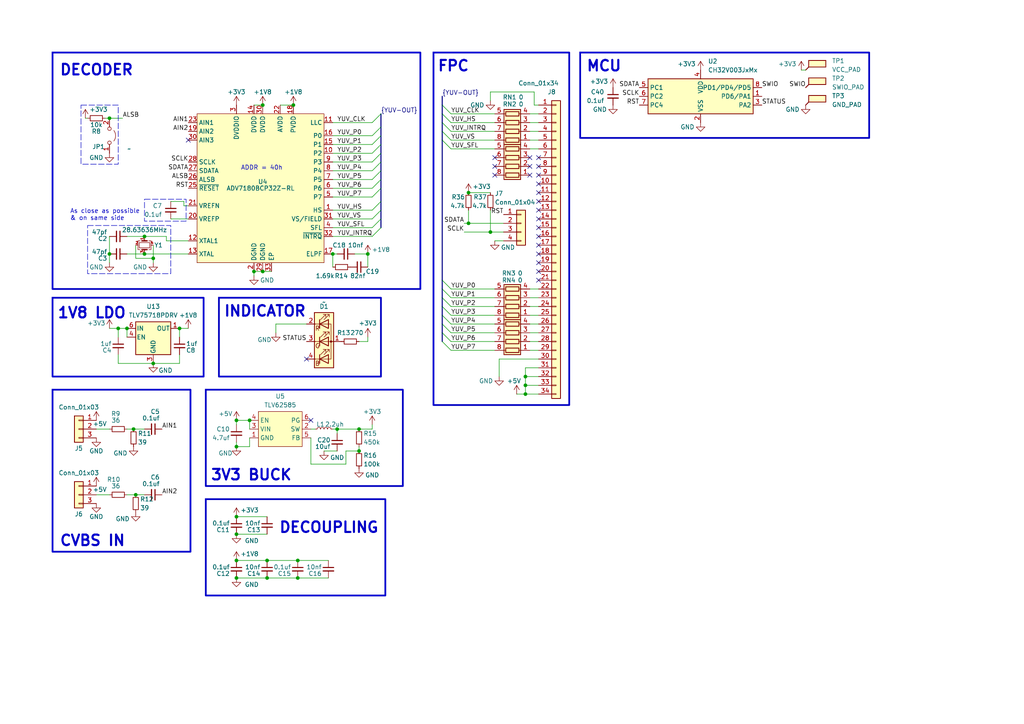
<source format=kicad_sch>
(kicad_sch (version 20250114) (generator "eeschema") (generator_version "9.0")
  (paper "A4")
  (lib_symbols
    (symbol "C459884:ADV7180BCP32Z-RL"
      (property "Reference" "U" (at -29.21 26.67 0))
      (property "Value" "ADV7180BCP32Z-RL" (at -20.32 24.13 0))
      (symbol "ADV7180BCP32Z-RL_0_1"
        (pin unspecified line (at -21.59 8.89 0) (length 2.54) (name "SCLK") (number "28"))
        (pin unspecified line (at -21.59 6.35 0) (length 2.54) (name "SDATA") (number "27"))
        (pin unspecified line (at -21.59 3.81 0) (length 2.54) (name "ALSB") (number "26"))
        (pin unspecified line (at -21.59 1.27 0) (length 2.54) (name "~{RESET}") (number "25"))
        (pin unspecified line (at -21.59 -3.81 0) (length 2.54) (name "VREFN") (number "21"))
        (pin unspecified line (at -21.59 -7.62 0) (length 2.54) (name "VREFP") (number "20"))
        (pin unspecified line (at -21.59 -13.97 0) (length 2.54) (name "XTAL1") (number "12"))
        (pin unspecified line (at -21.59 -17.78 0) (length 2.54) (name "XTAL") (number "13"))
        (pin unspecified line (at -7.62 25.4 270) (length 2.54) (name "DVDDIO") (number "3"))
        (pin unspecified line (at -2.54 25.4 270) (length 2.54) (name "DVDD") (number "14"))
        (pin unspecified line (at -2.54 -22.86 90) (length 2.54) (name "DGND") (number "2"))
        (pin unspecified line (at 0 25.4 270) (length 2.54) (name "DVDD") (number "30"))
        (pin unspecified line (at 0 -22.86 90) (length 2.54) (name "DGND") (number "29"))
        (pin unspecified line (at 2.54 -22.86 90) (length 2.54) (name "EP") (number "33"))
        (pin unspecified line (at 5.08 25.4 270) (length 2.54) (name "AVDD") (number "22"))
        (pin unspecified line (at 8.89 25.4 270) (length 2.54) (name "PVDD") (number "18"))
        (pin unspecified line (at 20.32 20.32 180) (length 2.54) (name "LLC") (number "11"))
        (pin unspecified line (at 20.32 16.51 180) (length 2.54) (name "P0") (number "16"))
        (pin unspecified line (at 20.32 13.97 180) (length 2.54) (name "P1") (number "15"))
        (pin unspecified line (at 20.32 11.43 180) (length 2.54) (name "P2") (number "10"))
        (pin unspecified line (at 20.32 8.89 180) (length 2.54) (name "P3") (number "9"))
        (pin unspecified line (at 20.32 6.35 180) (length 2.54) (name "P4") (number "8"))
        (pin unspecified line (at 20.32 3.81 180) (length 2.54) (name "P5") (number "7"))
        (pin unspecified line (at 20.32 1.27 180) (length 2.54) (name "P6") (number "6"))
        (pin unspecified line (at 20.32 -1.27 180) (length 2.54) (name "P7") (number "5"))
        (pin unspecified line (at 20.32 -5.08 180) (length 2.54) (name "HS") (number "1"))
        (pin unspecified line (at 20.32 -7.62 180) (length 2.54) (name "VS/FIELD") (number "31"))
        (pin unspecified line (at 20.32 -10.16 180) (length 2.54) (name "SFL") (number "4"))
        (pin unspecified line (at 20.32 -12.7 180) (length 2.54) (name "~{INTRQ}") (number "32"))
        (pin unspecified line (at 20.32 -17.78 180) (length 2.54) (name "ELPF") (number "17"))
      )
      (symbol "ADV7180BCP32Z-RL_1_1"
        (pin unspecified line (at -21.59 20.32 0) (length 2.54) (name "AIN1") (number "23"))
        (pin unspecified line (at -21.59 17.78 0) (length 2.54) (name "AIN2") (number "19"))
        (pin unspecified line (at -21.59 15.24 0) (length 2.54) (name "AIN3") (number "30"))
      )
    )
    (symbol "Connector:TestPoint_Flag" (pin_numbers (hide yes)) (pin_names (offset 0.762) (hide yes))
      (property "Reference" "TP" (at 3.429 1.778 0))
      (property "Value" "TestPoint_Flag" (at 3.302 4.191 0))
      (symbol "TestPoint_Flag_1_1"
        (pin passive line (at 0 0 90) (length 0) (name "1") (number "1"))
      )
    )
    (symbol "Connector_Generic:Conn_01x03" (pin_names (offset 1.016) (hide yes))
      (property "Reference" "J" (at 0 5.08 0))
      (property "Value" "Conn_01x03" (at 0 -5.08 0))
      (symbol "Conn_01x03_1_1"
        (pin passive line (at -5.08 2.54 0) (length 3.81) (name "Pin_1") (number "1"))
        (pin passive line (at -5.08 0 0) (length 3.81) (name "Pin_2") (number "2"))
        (pin passive line (at -5.08 -2.54 0) (length 3.81) (name "Pin_3") (number "3"))
      )
    )
    (symbol "Connector_Generic:Conn_01x04" (pin_names (offset 1.016) (hide yes))
      (property "Reference" "J" (at 0 5.08 0))
      (property "Value" "Conn_01x04" (at 0 -7.62 0))
      (symbol "Conn_01x04_1_1"
        (pin passive line (at -5.08 2.54 0) (length 3.81) (name "Pin_1") (number "1"))
        (pin passive line (at -5.08 0 0) (length 3.81) (name "Pin_2") (number "2"))
        (pin passive line (at -5.08 -2.54 0) (length 3.81) (name "Pin_3") (number "3"))
        (pin passive line (at -5.08 -5.08 0) (length 3.81) (name "Pin_4") (number "4"))
      )
    )
    (symbol "Connector_Generic:Conn_01x34" (pin_names (offset 1.016) (hide yes))
      (property "Reference" "J" (at 0 43.18 0))
      (property "Value" "Conn_01x34" (at 0 -45.72 0))
      (symbol "Conn_01x34_1_1"
        (pin passive line (at -5.08 40.64 0) (length 3.81) (name "Pin_1") (number "1"))
        (pin passive line (at -5.08 38.1 0) (length 3.81) (name "Pin_2") (number "2"))
        (pin passive line (at -5.08 35.56 0) (length 3.81) (name "Pin_3") (number "3"))
        (pin passive line (at -5.08 33.02 0) (length 3.81) (name "Pin_4") (number "4"))
        (pin passive line (at -5.08 30.48 0) (length 3.81) (name "Pin_5") (number "5"))
        (pin passive line (at -5.08 27.94 0) (length 3.81) (name "Pin_6") (number "6"))
        (pin passive line (at -5.08 25.4 0) (length 3.81) (name "Pin_7") (number "7"))
        (pin passive line (at -5.08 22.86 0) (length 3.81) (name "Pin_8") (number "8"))
        (pin passive line (at -5.08 20.32 0) (length 3.81) (name "Pin_9") (number "9"))
        (pin passive line (at -5.08 17.78 0) (length 3.81) (name "Pin_10") (number "10"))
        (pin passive line (at -5.08 15.24 0) (length 3.81) (name "Pin_11") (number "11"))
        (pin passive line (at -5.08 12.7 0) (length 3.81) (name "Pin_12") (number "12"))
        (pin passive line (at -5.08 10.16 0) (length 3.81) (name "Pin_13") (number "13"))
        (pin passive line (at -5.08 7.62 0) (length 3.81) (name "Pin_14") (number "14"))
        (pin passive line (at -5.08 5.08 0) (length 3.81) (name "Pin_15") (number "15"))
        (pin passive line (at -5.08 2.54 0) (length 3.81) (name "Pin_16") (number "16"))
        (pin passive line (at -5.08 0 0) (length 3.81) (name "Pin_17") (number "17"))
        (pin passive line (at -5.08 -2.54 0) (length 3.81) (name "Pin_18") (number "18"))
        (pin passive line (at -5.08 -5.08 0) (length 3.81) (name "Pin_19") (number "19"))
        (pin passive line (at -5.08 -7.62 0) (length 3.81) (name "Pin_20") (number "20"))
        (pin passive line (at -5.08 -10.16 0) (length 3.81) (name "Pin_21") (number "21"))
        (pin passive line (at -5.08 -12.7 0) (length 3.81) (name "Pin_22") (number "22"))
        (pin passive line (at -5.08 -15.24 0) (length 3.81) (name "Pin_23") (number "23"))
        (pin passive line (at -5.08 -17.78 0) (length 3.81) (name "Pin_24") (number "24"))
        (pin passive line (at -5.08 -20.32 0) (length 3.81) (name "Pin_25") (number "25"))
        (pin passive line (at -5.08 -22.86 0) (length 3.81) (name "Pin_26") (number "26"))
        (pin passive line (at -5.08 -25.4 0) (length 3.81) (name "Pin_27") (number "27"))
        (pin passive line (at -5.08 -27.94 0) (length 3.81) (name "Pin_28") (number "28"))
        (pin passive line (at -5.08 -30.48 0) (length 3.81) (name "Pin_29") (number "29"))
        (pin passive line (at -5.08 -33.02 0) (length 3.81) (name "Pin_30") (number "30"))
        (pin passive line (at -5.08 -35.56 0) (length 3.81) (name "Pin_31") (number "31"))
        (pin passive line (at -5.08 -38.1 0) (length 3.81) (name "Pin_32") (number "32"))
        (pin passive line (at -5.08 -40.64 0) (length 3.81) (name "Pin_33") (number "33"))
        (pin passive line (at -5.08 -43.18 0) (length 3.81) (name "Pin_34") (number "34"))
      )
    )
    (symbol "Device:C_Small" (pin_numbers (hide yes)) (pin_names (offset 0.254) (hide yes))
      (property "Reference" "C" (at 0.254 1.778 0))
      (property "Value" "C_Small" (at 0.254 -2.032 0))
      (symbol "C_Small_1_1"
        (pin passive line (at 0 2.54 270) (length 2.032) (name "~") (number "1"))
        (pin passive line (at 0 -2.54 90) (length 2.032) (name "~") (number "2"))
      )
    )
    (symbol "Device:Crystal_GND24_Small" (pin_names (offset 1.016) (hide yes))
      (property "Reference" "Y" (at 1.27 4.445 0))
      (property "Value" "Crystal_GND24_Small" (at 1.27 2.54 0))
      (symbol "Crystal_GND24_Small_1_1"
        (pin passive line (at -2.54 0 0) (length 1.27) (name "1") (number "1"))
        (pin passive line (at 0 2.54 270) (length 0.635) (name "4") (number "4"))
        (pin passive line (at 0 -2.54 90) (length 0.635) (name "2") (number "2"))
        (pin passive line (at 2.54 0 180) (length 1.27) (name "3") (number "3"))
      )
    )
    (symbol "Device:LED_ARGB" (pin_names (offset 0) (hide yes))
      (property "Reference" "D" (at 0 9.398 0))
      (property "Value" "LED_ARGB" (at 0 -8.89 0))
      (symbol "LED_ARGB_0_0"
        (text "R" (at -1.905 3.81 0) (effects (font (size 1.27 1.27))))
        (text "G" (at -1.905 -1.27 0) (effects (font (size 1.27 1.27))))
        (text "B" (at -1.905 -6.35 0) (effects (font (size 1.27 1.27))))
      )
      (symbol "LED_ARGB_1_1"
        (pin passive line (at -5.08 5.08 0) (length 2.54) (name "RK") (number "2"))
        (pin passive line (at -5.08 0 0) (length 2.54) (name "GK") (number "3"))
        (pin passive line (at -5.08 -5.08 0) (length 2.54) (name "BK") (number "4"))
        (pin passive line (at 5.08 0 180) (length 2.54) (name "A") (number "1"))
      )
    )
    (symbol "Device:L_Small" (pin_numbers (hide yes)) (pin_names (offset 0.254) (hide yes))
      (property "Reference" "L" (at 0.762 1.016 0))
      (property "Value" "L_Small" (at 0.762 -1.016 0))
      (symbol "L_Small_1_1"
        (pin passive line (at 0 2.54 270) (length 0.508) (name "~") (number "1"))
        (pin passive line (at 0 -2.54 90) (length 0.508) (name "~") (number "2"))
      )
    )
    (symbol "Device:R_Pack04" (pin_names (offset 0) (hide yes))
      (property "Reference" "RN" (at -7.62 0 90))
      (property "Value" "R_Pack04" (at 5.08 0 90))
      (symbol "R_Pack04_1_1"
        (pin passive line (at -5.08 5.08 270) (length 2.54) (name "R1.2") (number "8"))
        (pin passive line (at -5.08 -5.08 90) (length 2.54) (name "R1.1") (number "1"))
        (pin passive line (at -2.54 5.08 270) (length 2.54) (name "R2.2") (number "7"))
        (pin passive line (at -2.54 -5.08 90) (length 2.54) (name "R2.1") (number "2"))
        (pin passive line (at 0 5.08 270) (length 2.54) (name "R3.2") (number "6"))
        (pin passive line (at 0 -5.08 90) (length 2.54) (name "R3.1") (number "3"))
        (pin passive line (at 2.54 5.08 270) (length 2.54) (name "R4.2") (number "5"))
        (pin passive line (at 2.54 -5.08 90) (length 2.54) (name "R4.1") (number "4"))
      )
    )
    (symbol "Device:R_Small" (pin_numbers (hide yes)) (pin_names (offset 0.254) (hide yes))
      (property "Reference" "R" (at 0.762 0.508 0))
      (property "Value" "R_Small" (at 0.762 -1.016 0))
      (symbol "R_Small_1_1"
        (pin passive line (at 0 2.54 270) (length 0.762) (name "~") (number "1"))
        (pin passive line (at 0 -2.54 90) (length 0.762) (name "~") (number "2"))
      )
    )
    (symbol "Jumper:Jumper_2_Open" (pin_names (offset 0) (hide yes))
      (property "Reference" "JP" (at 0 2.794 0))
      (property "Value" "Jumper_2_Open" (at 0 -2.286 0))
      (symbol "Jumper_2_Open_1_1"
        (pin passive line (at -5.08 0 0) (length 2.54) (name "A") (number "1"))
        (pin passive line (at 5.08 0 180) (length 2.54) (name "B") (number "2"))
      )
    )
    (symbol "MCU_WCH_CH32V0:CH32V003JxMx"
      (property "Reference" "U" (at -15.24 7.62 0))
      (property "Value" "CH32V003JxMx" (at 15.24 7.62 0))
      (symbol "CH32V003JxMx_1_1"
        (pin bidirectional line (at -17.78 2.54 0) (length 2.54) (name "PC1") (number "5"))
        (pin bidirectional line (at -17.78 0 0) (length 2.54) (name "PC2") (number "6"))
        (pin bidirectional line (at -17.78 -2.54 0) (length 2.54) (name "PC4") (number "7"))
        (pin power_in line (at 0 7.62 270) (length 2.54) (name "VDD") (number "4"))
        (pin power_in line (at 0 -7.62 90) (length 2.54) (name "VSS") (number "2"))
        (pin bidirectional line (at 17.78 2.54 180) (length 2.54) (name "PD1/PD4/PD5") (number "8"))
        (pin bidirectional line (at 17.78 0 180) (length 2.54) (name "PD6/PA1") (number "1"))
        (pin bidirectional line (at 17.78 -2.54 180) (length 2.54) (name "PA2") (number "3"))
      )
    )
    (symbol "Regulator_Linear:TLV75718PDRV" (pin_names (offset 0.254))
      (property "Reference" "U" (at -3.81 5.715 0))
      (property "Value" "TLV75718PDRV" (at 0 5.715 0))
      (symbol "TLV75718PDRV_1_1"
        (pin power_in line (at -7.62 2.54 0) (length 2.54) (name "IN") (number "6"))
        (pin input line (at -7.62 0 0) (length 2.54) (name "EN") (number "4"))
        (pin power_in line (at 0 -7.62 90) (length 2.54) (name "GND") (number "3"))
        (pin passive line (at 0 -7.62 90) (length 2.54) (hide yes) (name "GND") (number "7"))
        (pin no_connect line (at 5.08 0 180) (length 2.54) (hide yes) (name "NC") (number "2"))
        (pin no_connect line (at 5.08 -2.54 180) (length 2.54) (hide yes) (name "NC") (number "5"))
        (pin power_out line (at 7.62 2.54 180) (length 2.54) (name "OUT") (number "1"))
      )
    )
    (symbol "mylib:TLV62585"
      (property "Reference" "U" (at 0 8.89 0))
      (property "Value" "TLV62585" (at 0 6.35 0))
      (symbol "TLV62585_1_1"
        (pin input line (at -8.89 2.54 0) (length 2.54) (name "EN") (number "4"))
        (pin power_in line (at -8.89 0 0) (length 2.54) (name "VIN") (number "3"))
        (pin power_out line (at -8.89 -2.54 0) (length 2.54) (name "GND") (number "1"))
        (pin output line (at 8.89 2.54 180) (length 2.54) (name "PG") (number "6"))
        (pin power_out line (at 8.89 0 180) (length 2.54) (name "SW") (number "2"))
        (pin input line (at 8.89 -2.54 180) (length 2.54) (name "FB") (number "5"))
      )
    )
    (symbol "power:+1V8" (power) (pin_names (offset 0))
      (property "Value" "+1V8" (at 0 3.556 0))
      (symbol "+1V8_1_1"
        (pin power_in line (at 0 0 90) (length 0) (hide yes) (name "+1V8") (number "1"))
      )
    )
    (symbol "power:+3V3" (power) (pin_names (offset 0))
      (property "Value" "+3V3" (at 0 3.556 0))
      (symbol "+3V3_1_1"
        (pin power_in line (at 0 0 90) (length 0) (hide yes) (name "+3V3") (number "1"))
      )
    )
    (symbol "power:+5V" (power) (pin_numbers (hide yes)) (pin_names (offset 0) (hide yes))
      (property "Value" "+5V" (at 0 3.556 0))
      (symbol "+5V_1_1"
        (pin power_in line (at 0 0 90) (length 0) (name "~") (number "1"))
      )
    )
    (symbol "power:GND" (power) (pin_names (offset 0))
      (property "Value" "GND" (at 0 -3.81 0))
      (symbol "GND_1_1"
        (pin power_in line (at 0 0 270) (length 0) (hide yes) (name "GND") (number "1"))
      )
    )
  )
  (bus_alias "YUV-OUT" (members "YUV_P[0..7]" "YUV_SFL" "YUV_VS" "YUV_HS" "YUV_CLK" "YUV_INTRQ"))
  (rectangle (start 168.275 15.24) (end 252.095 40.005) (stroke (width 0.508)))
  (rectangle (start 125.73 15.24) (end 165.1 117.475) (stroke (width 0.508)))
  (rectangle (start 15.24 113.03) (end 55.245 160.02) (stroke (width 0.508)))
  (rectangle (start 63.5 86.36) (end 110.49 109.22) (stroke (width 0.508)))
  (rectangle (start 15.24 86.36) (end 59.055 109.22) (stroke (width 0.508)))
  (rectangle (start 23.495 30.48) (end 34.29 47.625) (stroke (width 0) (type dash)))
  (rectangle (start 41.91 57.785) (end 53.975 64.135) (stroke (width 0) (type dash)))
  (rectangle (start 25.4 65.405) (end 49.53 79.375) (stroke (width 0) (type dash)))
  (rectangle (start 15.24 15.24) (end 121.92 83.82) (stroke (width 0.508)))
  (rectangle (start 59.69 113.03) (end 116.84 140.97) (stroke (width 0.508)))
  (rectangle (start 59.69 144.78) (end 111.76 172.72) (stroke (width 0.508)))
  (text "3V3 BUCK" (at 60.96 139.7 0) (effects (font (size 3.048 3.048) (thickness 0.6096) (bold yes)) (justify left bottom)))
  (text "As close as possible \n& on same side" (at 20.32 64.135 0) (effects (font (size 1.27 1.27)) (justify left bottom)))
  (text "1V8 LDO" (at 16.51 92.71 0) (effects (font (size 3.048 3.048) (thickness 0.6096) (bold yes)) (justify left bottom)))
  (text "FPC" (at 126.746 21.082 0) (effects (font (size 3.048 3.048) (thickness 0.6096) (bold yes)) (justify left bottom)))
  (text "MCU" (at 169.926 21.082 0) (effects (font (size 3.048 3.048) (thickness 0.6096) (bold yes)) (justify left bottom)))
  (text "ADDR = 40h" (at 69.85 49.53 0) (effects (font (size 1.27 1.27)) (justify left bottom)))
  (text "DECOUPLING" (at 80.772 154.94 0) (effects (font (size 3.048 3.048) (thickness 0.6096) (bold yes)) (justify left bottom)))
  (text "INDICATOR" (at 64.77 92.202 0) (effects (font (size 3.048 3.048) (thickness 0.6096) (bold yes)) (justify left bottom)))
  (text "DECODER" (at 17.145 22.225 0) (effects (font (size 3.048 3.048) (thickness 0.6096) (bold yes)) (justify left bottom)))
  (text "CVBS IN" (at 17.145 158.75 0) (effects (font (size 3.048 3.048) (thickness 0.6096) (bold yes)) (justify left bottom)))
  (junction (at 97.79 124.46))
  (junction (at 104.14 130.81))
  (junction (at 68.58 129.54))
  (junction (at 38.735 124.46))
  (junction (at 104.14 124.46))
  (junction (at 68.58 149.86))
  (junction (at 86.36 162.56))
  (junction (at 52.07 95.25))
  (junction (at 68.58 121.92))
  (junction (at 152.4 114.3))
  (junction (at 77.47 162.56))
  (junction (at 31.75 73.66))
  (junction (at 142.24 67.31))
  (junction (at 152.4 111.76))
  (junction (at 68.58 162.56))
  (junction (at 31.75 34.29))
  (junction (at 72.39 121.92))
  (junction (at 39.37 143.51))
  (junction (at 106.68 73.66))
  (junction (at 96.52 73.66))
  (junction (at 77.47 167.64))
  (junction (at 76.2 30.48))
  (junction (at 68.58 167.64))
  (junction (at 41.91 73.66))
  (junction (at 135.89 64.77))
  (junction (at 76.2 78.74))
  (junction (at 152.4 109.22))
  (junction (at 73.66 78.74))
  (junction (at 41.91 68.58))
  (junction (at 85.09 30.48))
  (junction (at 86.36 167.64))
  (junction (at 44.45 74.93))
  (junction (at 44.45 105.41))
  (junction (at 36.83 95.25))
  (junction (at 34.29 95.25))
  (junction (at 68.58 154.94))
  (junction (at 135.89 55.88))
  (no_connect (at 143.51 50.8))
  (no_connect (at 156.21 81.28))
  (no_connect (at 156.21 66.04))
  (no_connect (at 156.21 58.42))
  (no_connect (at 156.21 50.8))
  (no_connect (at 143.51 48.26))
  (no_connect (at 153.67 48.26))
  (no_connect (at 156.21 78.74))
  (no_connect (at 156.21 60.96))
  (no_connect (at 153.67 50.8))
  (no_connect (at 143.51 45.72))
  (no_connect (at 156.21 53.34))
  (no_connect (at 156.21 55.88))
  (no_connect (at 88.9 104.14))
  (no_connect (at 156.21 45.72))
  (no_connect (at 153.67 45.72))
  (no_connect (at 156.21 48.26))
  (no_connect (at 54.61 40.64))
  (no_connect (at 90.17 121.92))
  (no_connect (at 156.21 71.12))
  (no_connect (at 156.21 63.5))
  (no_connect (at 156.21 76.2))
  (no_connect (at 156.21 73.66))
  (no_connect (at 156.21 68.58))
  (bus_entry (at 110.49 44.45) (size -2.54 2.54))
  (bus_entry (at 128.27 40.64) (size 2.54 2.54))
  (bus_entry (at 110.49 39.37) (size -2.54 2.54))
  (bus_entry (at 128.27 99.06) (size 2.54 2.54))
  (bus_entry (at 110.49 63.5) (size -2.54 2.54))
  (bus_entry (at 128.27 35.56) (size 2.54 2.54))
  (bus_entry (at 110.49 66.04) (size -2.54 2.54))
  (bus_entry (at 128.27 88.9) (size 2.54 2.54))
  (bus_entry (at 128.27 91.44) (size 2.54 2.54))
  (bus_entry (at 128.27 81.28) (size 2.54 2.54))
  (bus_entry (at 128.27 86.36) (size 2.54 2.54))
  (bus_entry (at 128.27 93.98) (size 2.54 2.54))
  (bus_entry (at 128.27 96.52) (size 2.54 2.54))
  (bus_entry (at 128.27 83.82) (size 2.54 2.54))
  (bus_entry (at 110.49 46.99) (size -2.54 2.54))
  (bus_entry (at 110.49 49.53) (size -2.54 2.54))
  (bus_entry (at 110.49 36.83) (size -2.54 2.54))
  (bus_entry (at 128.27 30.48) (size 2.54 2.54))
  (bus_entry (at 110.49 54.61) (size -2.54 2.54))
  (bus_entry (at 110.49 52.07) (size -2.54 2.54))
  (bus_entry (at 110.49 58.42) (size -2.54 2.54))
  (bus_entry (at 110.49 33.02) (size -2.54 2.54))
  (bus_entry (at 110.49 41.91) (size -2.54 2.54))
  (bus_entry (at 110.49 60.96) (size -2.54 2.54))
  (bus_entry (at 128.27 38.1) (size 2.54 2.54))
  (bus_entry (at 128.27 33.02) (size 2.54 2.54))
  (wire (pts (xy 135.89 64.77) (xy 135.89 60.96)))
  (wire (pts (xy 31.75 95.25) (xy 34.29 95.25)))
  (wire (pts (xy 106.68 73.66) (xy 106.68 77.47)))
  (wire (pts (xy 96.52 54.61) (xy 107.95 54.61)))
  (wire (pts (xy 96.52 57.15) (xy 107.95 57.15)))
  (wire (pts (xy 130.81 99.06) (xy 143.51 99.06)))
  (wire (pts (xy 153.67 96.52) (xy 156.21 96.52)))
  (wire (pts (xy 96.52 41.91) (xy 107.95 41.91)))
  (wire (pts (xy 153.67 101.6) (xy 156.21 101.6)))
  (bus (pts (xy 128.27 40.64) (xy 128.27 81.28)))
  (wire (pts (xy 48.26 68.58) (xy 48.26 69.85)))
  (wire (pts (xy 36.83 68.58) (xy 41.91 68.58)))
  (wire (pts (xy 77.47 162.56) (xy 86.36 162.56)))
  (bus (pts (xy 128.27 91.44) (xy 128.27 93.98)))
  (wire (pts (xy 130.81 88.9) (xy 143.51 88.9)))
  (wire (pts (xy 97.79 124.46) (xy 104.14 124.46)))
  (wire (pts (xy 48.26 69.85) (xy 54.61 69.85)))
  (wire (pts (xy 52.07 95.25) (xy 52.07 97.79)))
  (wire (pts (xy 72.39 127) (xy 72.39 129.54)))
  (wire (pts (xy 142.24 67.31) (xy 146.05 67.31)))
  (bus (pts (xy 128.27 38.1) (xy 128.27 40.64)))
  (wire (pts (xy 96.52 60.96) (xy 107.95 60.96)))
  (wire (pts (xy 130.81 96.52) (xy 143.51 96.52)))
  (wire (pts (xy 80.01 93.98) (xy 88.9 93.98)))
  (wire (pts (xy 135.89 55.88) (xy 142.24 55.88)))
  (wire (pts (xy 96.52 46.99) (xy 107.95 46.99)))
  (wire (pts (xy 78.74 78.74) (xy 76.2 78.74)))
  (wire (pts (xy 134.62 64.77) (xy 135.89 64.77)))
  (wire (pts (xy 36.83 95.25) (xy 36.83 97.79)))
  (wire (pts (xy 34.29 95.25) (xy 36.83 95.25)))
  (bus (pts (xy 128.27 81.28) (xy 128.27 83.82)))
  (wire (pts (xy 90.17 127) (xy 90.17 134.62)))
  (wire (pts (xy 104.14 99.06) (xy 106.68 99.06)))
  (wire (pts (xy 77.47 167.64) (xy 86.36 167.64)))
  (wire (pts (xy 154.94 26.67) (xy 142.24 26.67)))
  (wire (pts (xy 44.45 71.12) (xy 44.45 74.93)))
  (wire (pts (xy 96.52 63.5) (xy 107.95 63.5)))
  (wire (pts (xy 152.4 106.68) (xy 156.21 106.68)))
  (wire (pts (xy 96.52 124.46) (xy 97.79 124.46)))
  (wire (pts (xy 156.21 30.48) (xy 154.94 30.48)))
  (wire (pts (xy 68.58 149.86) (xy 77.47 149.86)))
  (wire (pts (xy 36.83 143.51) (xy 39.37 143.51)))
  (wire (pts (xy 96.52 68.58) (xy 107.95 68.58)))
  (wire (pts (xy 49.53 63.5) (xy 54.61 63.5)))
  (wire (pts (xy 36.83 124.46) (xy 38.735 124.46)))
  (wire (pts (xy 90.17 134.62) (xy 100.33 134.62)))
  (wire (pts (xy 102.87 73.66) (xy 106.68 73.66)))
  (wire (pts (xy 152.4 111.76) (xy 152.4 109.22)))
  (wire (pts (xy 152.4 114.3) (xy 152.4 111.76)))
  (wire (pts (xy 130.81 33.02) (xy 143.51 33.02)))
  (wire (pts (xy 52.07 105.41) (xy 44.45 105.41)))
  (wire (pts (xy 142.24 26.67) (xy 142.24 29.21)))
  (bus (pts (xy 110.49 44.45) (xy 110.49 46.99)))
  (wire (pts (xy 104.14 124.46) (xy 107.95 124.46)))
  (bus (pts (xy 110.49 63.5) (xy 110.49 66.04)))
  (wire (pts (xy 27.94 143.51) (xy 31.75 143.51)))
  (wire (pts (xy 96.52 44.45) (xy 107.95 44.45)))
  (wire (pts (xy 34.29 105.41) (xy 44.45 105.41)))
  (wire (pts (xy 152.4 109.22) (xy 152.4 106.68)))
  (wire (pts (xy 143.51 69.85) (xy 146.05 69.85)))
  (wire (pts (xy 80.01 93.98) (xy 80.01 96.52)))
  (wire (pts (xy 27.94 124.46) (xy 31.75 124.46)))
  (wire (pts (xy 81.28 30.48) (xy 85.09 30.48)))
  (wire (pts (xy 130.81 91.44) (xy 143.51 91.44)))
  (bus (pts (xy 128.27 96.52) (xy 128.27 99.06)))
  (wire (pts (xy 31.75 34.29) (xy 35.56 34.29)))
  (wire (pts (xy 156.21 104.14) (xy 144.78 104.14)))
  (wire (pts (xy 96.52 77.47) (xy 96.52 73.66)))
  (wire (pts (xy 68.58 121.92) (xy 72.39 121.92)))
  (wire (pts (xy 76.2 78.74) (xy 73.66 78.74)))
  (wire (pts (xy 68.58 129.54) (xy 72.39 129.54)))
  (wire (pts (xy 44.45 74.93) (xy 44.45 76.2)))
  (wire (pts (xy 86.36 167.64) (xy 95.25 167.64)))
  (wire (pts (xy 30.48 34.29) (xy 31.75 34.29)))
  (wire (pts (xy 86.36 162.56) (xy 95.25 162.56)))
  (wire (pts (xy 39.37 143.51) (xy 41.91 143.51)))
  (wire (pts (xy 130.81 40.64) (xy 143.51 40.64)))
  (bus (pts (xy 110.49 60.96) (xy 110.49 63.5)))
  (wire (pts (xy 130.81 93.98) (xy 143.51 93.98)))
  (bus (pts (xy 128.27 83.82) (xy 128.27 86.36)))
  (wire (pts (xy 52.07 95.25) (xy 54.61 95.25)))
  (wire (pts (xy 68.58 167.64) (xy 77.47 167.64)))
  (wire (pts (xy 134.62 67.31) (xy 142.24 67.31)))
  (wire (pts (xy 34.29 97.79) (xy 34.29 95.25)))
  (wire (pts (xy 96.52 49.53) (xy 107.95 49.53)))
  (wire (pts (xy 73.66 78.74) (xy 73.66 80.01)))
  (wire (pts (xy 152.4 109.22) (xy 156.21 109.22)))
  (bus (pts (xy 110.49 41.91) (xy 110.49 44.45)))
  (wire (pts (xy 232.41 20.32) (xy 233.68 20.32)))
  (bus (pts (xy 110.49 39.37) (xy 110.49 41.91)))
  (bus (pts (xy 110.49 46.99) (xy 110.49 49.53)))
  (wire (pts (xy 96.52 73.66) (xy 97.79 73.66)))
  (wire (pts (xy 39.37 71.12) (xy 39.37 74.93)))
  (bus (pts (xy 128.27 33.02) (xy 128.27 35.56)))
  (bus (pts (xy 110.49 58.42) (xy 110.49 60.96)))
  (wire (pts (xy 54.61 59.69) (xy 53.34 59.69)))
  (bus (pts (xy 128.27 86.36) (xy 128.27 88.9)))
  (wire (pts (xy 96.52 66.04) (xy 107.95 66.04)))
  (wire (pts (xy 41.91 68.58) (xy 48.26 68.58)))
  (wire (pts (xy 153.67 83.82) (xy 156.21 83.82)))
  (wire (pts (xy 38.735 124.46) (xy 41.91 124.46)))
  (wire (pts (xy 31.75 76.2) (xy 31.75 73.66)))
  (bus (pts (xy 128.27 30.48) (xy 128.27 33.02)))
  (bus (pts (xy 110.49 33.02) (xy 110.49 36.83)))
  (wire (pts (xy 96.52 35.56) (xy 107.95 35.56)))
  (wire (pts (xy 153.67 40.64) (xy 156.21 40.64)))
  (wire (pts (xy 52.07 102.87) (xy 52.07 105.41)))
  (wire (pts (xy 149.86 114.3) (xy 152.4 114.3)))
  (wire (pts (xy 106.68 99.06) (xy 106.68 97.79)))
  (wire (pts (xy 36.83 73.66) (xy 41.91 73.66)))
  (wire (pts (xy 68.58 129.54) (xy 68.58 128.27)))
  (wire (pts (xy 68.58 121.92) (xy 68.58 123.19)))
  (wire (pts (xy 100.33 130.81) (xy 104.14 130.81)))
  (wire (pts (xy 152.4 111.76) (xy 156.21 111.76)))
  (bus (pts (xy 110.49 49.53) (xy 110.49 52.07)))
  (wire (pts (xy 130.81 101.6) (xy 143.51 101.6)))
  (wire (pts (xy 144.78 104.14) (xy 144.78 109.22)))
  (bus (pts (xy 128.27 35.56) (xy 128.27 38.1)))
  (bus (pts (xy 110.49 54.61) (xy 110.49 58.42)))
  (bus (pts (xy 128.27 93.98) (xy 128.27 96.52)))
  (bus (pts (xy 128.27 27.94) (xy 128.27 30.48)))
  (wire (pts (xy 153.67 86.36) (xy 156.21 86.36)))
  (wire (pts (xy 72.39 121.92) (xy 72.39 124.46)))
  (wire (pts (xy 96.52 39.37) (xy 107.95 39.37)))
  (wire (pts (xy 53.34 59.69) (xy 53.34 58.42)))
  (wire (pts (xy 130.81 86.36) (xy 143.51 86.36)))
  (wire (pts (xy 153.67 88.9) (xy 156.21 88.9)))
  (wire (pts (xy 31.75 68.58) (xy 31.75 73.66)))
  (wire (pts (xy 153.67 38.1) (xy 156.21 38.1)))
  (wire (pts (xy 153.67 91.44) (xy 156.21 91.44)))
  (wire (pts (xy 107.95 124.46) (xy 107.95 123.19)))
  (wire (pts (xy 153.67 35.56) (xy 156.21 35.56)))
  (bus (pts (xy 110.49 36.83) (xy 110.49 39.37)))
  (wire (pts (xy 153.67 33.02) (xy 156.21 33.02)))
  (wire (pts (xy 97.79 124.46) (xy 97.79 125.73)))
  (bus (pts (xy 128.27 88.9) (xy 128.27 91.44)))
  (wire (pts (xy 68.58 154.94) (xy 77.47 154.94)))
  (bus (pts (xy 110.49 52.07) (xy 110.49 54.61)))
  (wire (pts (xy 100.33 134.62) (xy 100.33 130.81)))
  (wire (pts (xy 130.81 35.56) (xy 143.51 35.56)))
  (wire (pts (xy 96.52 52.07) (xy 107.95 52.07)))
  (wire (pts (xy 130.81 38.1) (xy 143.51 38.1)))
  (wire (pts (xy 93.98 130.81) (xy 97.79 130.81)))
  (wire (pts (xy 130.81 43.18) (xy 143.51 43.18)))
  (wire (pts (xy 41.91 73.66) (xy 54.61 73.66)))
  (wire (pts (xy 130.81 83.82) (xy 143.51 83.82)))
  (wire (pts (xy 135.89 64.77) (xy 146.05 64.77)))
  (wire (pts (xy 153.67 43.18) (xy 156.21 43.18)))
  (wire (pts (xy 91.44 124.46) (xy 90.17 124.46)))
  (wire (pts (xy 142.24 60.96) (xy 142.24 67.31)))
  (wire (pts (xy 156.21 114.3) (xy 152.4 114.3)))
  (wire (pts (xy 53.34 58.42) (xy 49.53 58.42)))
  (wire (pts (xy 153.67 93.98) (xy 156.21 93.98)))
  (wire (pts (xy 73.66 30.48) (xy 76.2 30.48)))
  (wire (pts (xy 44.45 74.93) (xy 39.37 74.93)))
  (wire (pts (xy 153.67 99.06) (xy 156.21 99.06)))
  (wire (pts (xy 104.14 129.54) (xy 104.14 130.81)))
  (wire (pts (xy 34.29 102.87) (xy 34.29 105.41)))
  (wire (pts (xy 25.4 34.29) (xy 24.765 34.29)))
  (wire (pts (xy 68.58 162.56) (xy 77.47 162.56)))
  (wire (pts (xy 154.94 30.48) (xy 154.94 26.67)))
  (label "RST" (at 185.42 30.48 180))
  (label "SWIO" (at 220.98 25.4 0))
  (label "YUV_P7" (at 97.79 57.15 0))
  (label "YUV_P5" (at 97.79 52.07 0))
  (label "SCLK" (at 185.42 27.94 180))
  (label "YUV_VS" (at 130.81 40.64 0))
  (label "AIN2" (at 54.61 38.1 180))
  (label "YUV_P0" (at 97.79 39.37 0))
  (label "YUV_P1" (at 97.79 41.91 0))
  (label "YUV_P7" (at 130.81 101.6 0))
  (label "YUV_INTRQ" (at 97.79 68.58 0))
  (label "YUV_INTRQ" (at 130.81 38.1 0))
  (label "RST" (at 54.61 54.61 180))
  (label "{YUV-OUT}" (at 110.49 33.02 0))
  (label "SCLK" (at 134.62 67.31 180))
  (label "STATUS" (at 220.98 30.48 0))
  (label "YUV_P2" (at 97.79 44.45 0))
  (label "AIN1" (at 54.61 35.56 180))
  (label "YUV_P6" (at 97.79 54.61 0))
  (label "YUV_P4" (at 130.81 93.98 0))
  (label "SCLK" (at 54.61 46.99 180))
  (label "SWIO" (at 233.68 25.4 180))
  (label "{YUV-OUT}" (at 128.27 27.94 0))
  (label "AIN2" (at 46.99 143.51 0))
  (label "YUV_P2" (at 130.81 88.9 0))
  (label "ALSB" (at 35.56 34.29 0))
  (label "YUV_P0" (at 130.81 83.82 0))
  (label "YUV_HS" (at 97.79 60.96 0))
  (label "STATUS" (at 88.9 99.06 180))
  (label "YUV_CLK" (at 130.81 33.02 0))
  (label "YUV_VS" (at 97.79 63.5 0))
  (label "YUV_CLK" (at 97.79 35.56 0))
  (label "YUV_P1" (at 130.81 86.36 0))
  (label "YUV_P3" (at 97.79 46.99 0))
  (label "YUV_P4" (at 97.79 49.53 0))
  (label "YUV_P6" (at 130.81 99.06 0))
  (label "YUV_P5" (at 130.81 96.52 0))
  (label "YUV_P3" (at 130.81 91.44 0))
  (label "SDATA" (at 185.42 25.4 180))
  (label "SDATA" (at 134.62 64.77 180))
  (label "YUV_SFL" (at 130.81 43.18 0))
  (label "AIN1" (at 46.99 124.46 0))
  (label "ALSB" (at 54.61 52.07 180))
  (label "YUV_HS" (at 130.81 35.56 0))
  (label "YUV_SFL" (at 97.79 66.04 0))
  (label "SDATA" (at 54.61 49.53 180))
  (label "RST" (at 146.05 62.23 180))
  (symbol (lib_id "Device:R_Small") (at 104.14 127 180) (unit 1)
    (property "Reference" "R15" (at 105.41 125.73 0) (effects (justify right)))
    (property "Value" "450k" (at 105.41 128.27 0) (effects (justify right)))
    (property "Footprint" "Resistor_SMD:R_0603_1608Metric" (effects (hide yes)))
    (property "Description" "Resistor, small symbol" (effects (hide yes)))
  )
  (symbol (lib_id "power:+3V3") (at 31.75 95.25 0) (unit 1)
    (property "Reference" "#PWR16" (effects (hide yes)))
    (property "Value" "+3V3" (at 27.94 93.726 0))
  )
  (symbol (lib_id "power:+3V3") (at 203.2 20.32 0) (unit 1)
    (property "Reference" "#PWR0105" (effects (hide yes)))
    (property "Value" "+3V3" (at 199.136 18.542 0))
  )
  (symbol (lib_id "Connector:TestPoint_Flag") (at 233.68 30.48 0) (unit 1)
    (property "Reference" "TP3" (at 241.3 27.8129 0) (effects (justify left)))
    (property "Value" "GND_PAD" (at 241.3 30.3529 0) (effects (justify left)))
    (property "Footprint" "TestPoint:TestPoint_Pad_D1.5mm" (effects (hide yes)))
    (property "Description" "test point (alternative flag-style design)" (effects (hide yes)))
  )
  (symbol (lib_id "power:GND") (at 44.45 76.2 0) (unit 1)
    (property "Reference" "#PWR25" (effects (hide yes)))
    (property "Value" "GND" (at 40.64 77.47 0))
  )
  (symbol (lib_id "Device:R_Pack04") (at 148.59 96.52 90) (unit 1)
    (property "Reference" "RN4" (at 147.574 81.28 90))
    (property "Value" "0" (at 150.876 81.28 90))
    (property "Footprint" "Resistor_SMD:R_Array_Convex_4x0603" (effects (hide yes)))
    (property "Description" "4 resistor network, parallel topology" (effects (hide yes)))
  )
  (symbol (lib_id "power:GND") (at 27.94 146.05 0) (mirror y) (unit 1)
    (property "Reference" "#PWR20" (effects (hide yes)))
    (property "Value" "GND" (at 27.94 149.86 0))
  )
  (symbol (lib_id "power:+3V3") (at 24.765 34.29 0) (unit 1)
    (property "Reference" "#PWR15" (effects (hide yes)))
    (property "Value" "+3V3" (at 28.575 31.75 0))
    (property "Description" "Power symbol creates a global label with name \"+3V3\"" (effects (hide yes)))
  )
  (symbol (lib_id "power:+3V3") (at 107.95 123.19 0) (unit 1)
    (property "Reference" "#PWR43" (effects (hide yes)))
    (property "Value" "+3V3" (at 107.95 119.38 0))
    (property "Description" "Power symbol creates a global label with name \"+3V3\"" (effects (hide yes)))
  )
  (symbol (lib_id "Jumper:Jumper_2_Open") (at 31.75 39.37 270) (mirror x) (unit 1)
    (property "Reference" "JP1" (at 28.575 42.545 90))
    (property "Value" "~" (at 37.465 43.18 90))
    (property "Footprint" "Jumper:SolderJumper-2_P1.3mm_Open_RoundedPad1.0x1.5mm" (effects (hide yes)))
    (property "Description" "Jumper, 2-pole, open" (effects (hide yes)))
  )
  (symbol (lib_id "power:+3V3") (at 232.41 20.32 0) (unit 1)
    (property "Reference" "#PWR0109" (effects (hide yes)))
    (property "Value" "+3V3" (at 228.346 18.542 0))
  )
  (symbol (lib_id "power:GND") (at 142.24 29.21 0) (mirror y) (unit 1)
    (property "Reference" "#PWR45" (effects (hide yes)))
    (property "Value" "GND" (at 138.43 30.48 0))
    (property "Description" "Power symbol creates a global label with name \"GND\" , ground" (effects (hide yes)))
  )
  (symbol (lib_id "power:+1V8") (at 106.68 73.66 0) (unit 1)
    (property "Reference" "#PWR41" (effects (hide yes)))
    (property "Value" "+1V8" (at 110.49 72.39 0))
  )
  (symbol (lib_id "power:+3V3") (at 106.68 97.79 0) (unit 1)
    (property "Reference" "#PWR40" (effects (hide yes)))
    (property "Value" "+3V3" (at 106.68 93.726 0))
  )
  (symbol (lib_id "power:+1V8") (at 54.61 95.25 0) (unit 1)
    (property "Reference" "#PWR27" (effects (hide yes)))
    (property "Value" "+1V8" (at 54.61 91.44 0))
  )
  (symbol (lib_id "Device:R_Small") (at 142.24 58.42 0) (unit 1)
    (property "Reference" "R37" (at 141.224 57.15 0) (effects (justify right)))
    (property "Value" "4.7k" (at 141.224 59.69 0) (effects (justify right)))
    (property "Footprint" "Resistor_SMD:R_0603_1608Metric" (effects (hide yes)))
    (property "Description" "Resistor, small symbol" (effects (hide yes)))
  )
  (symbol (lib_id "Device:R_Pack04") (at 148.59 35.56 90) (unit 1)
    (property "Reference" "RN1" (at 147.828 28.194 90))
    (property "Value" "0" (at 151.13 28.194 90))
    (property "Footprint" "Resistor_SMD:R_Array_Convex_4x0603" (effects (hide yes)))
    (property "Description" "4 resistor network, parallel topology" (effects (hide yes)))
  )
  (symbol (lib_id "Regulator_Linear:TLV75718PDRV") (at 44.45 97.79 0) (unit 1)
    (property "Reference" "U13" (at 44.45 88.9 0))
    (property "Value" "TLV75718PDRV" (at 44.45 91.44 0))
    (property "Footprint" "Package_SON:WSON-6-1EP_2x2mm_P0.65mm_EP1x1.6mm" (effects (hide yes)))
    (property "Datasheet" "https://www.ti.com/lit/ds/symlink/tlv757p.pdf" (effects (hide yes)))
    (property "Description" "1A Low IQ Small Size Low Dropout Voltage Regulator, Fixed Output 1.8V, WSON6" (effects (hide yes)))
  )
  (symbol (lib_id "Device:C_Small") (at 68.58 125.73 0) (mirror y) (unit 1)
    (property "Reference" "C10" (at 66.675 124.46 0) (effects (justify left)))
    (property "Value" "4.7uf" (at 66.675 127 0) (effects (justify left)))
    (property "Footprint" "Capacitor_SMD:C_0805_2012Metric" (effects (hide yes)))
    (property "Description" "Unpolarized capacitor, small symbol" (effects (hide yes)))
  )
  (symbol (lib_id "Device:Crystal_GND24_Small") (at 41.91 71.12 270) (unit 1)
    (property "Reference" "Y1" (at 45.974 71.12 90))
    (property "Value" "28.63636MHz" (at 41.91 66.675 90))
    (property "Footprint" "Crystal:Crystal_SMD_Abracon_ABM8AIG-4Pin_3.2x2.5mm" (effects (hide yes)))
  )
  (symbol (lib_id "power:+5V") (at 149.86 114.3 0) (unit 1)
    (property "Reference" "#PWR47" (effects (hide yes)))
    (property "Value" "+5V" (at 149.098 110.49 0))
    (property "Description" "Power symbol creates a global label with name \"+5V\"" (effects (hide yes)))
  )
  (symbol (lib_id "Device:C_Small") (at 44.45 143.51 270) (unit 1)
    (property "Reference" "C6" (at 46.355 138.43 90) (effects (justify right)))
    (property "Value" "0.1uf" (at 46.355 140.335 90) (effects (justify right)))
    (property "Footprint" "Capacitor_SMD:C_0603_1608Metric" (effects (hide yes)))
  )
  (symbol (lib_id "power:+5V") (at 27.94 121.92 0) (unit 1)
    (property "Reference" "#PWR17" (effects (hide yes)))
    (property "Value" "+5V" (at 28.956 122.936 0))
    (property "Description" "Power symbol creates a global label with name \"+5V\"" (effects (hide yes)))
  )
  (symbol (lib_id "Device:R_Small") (at 101.6 99.06 90) (unit 1)
    (property "Reference" "R13" (at 99.695 96.52 90))
    (property "Value" "270" (at 103.505 96.52 90))
    (property "Footprint" "Resistor_SMD:R_0603_1608Metric" (effects (hide yes)))
  )
  (symbol (lib_id "Device:C_Small") (at 44.45 124.46 270) (unit 1)
    (property "Reference" "C5" (at 46.355 119.38 90) (effects (justify right)))
    (property "Value" "0.1uf" (at 46.355 121.285 90) (effects (justify right)))
    (property "Footprint" "Capacitor_SMD:C_0603_1608Metric" (effects (hide yes)))
  )
  (symbol (lib_id "Connector_Generic:Conn_01x03") (at 22.86 143.51 0) (mirror y) (unit 1)
    (property "Reference" "J6" (at 22.86 149.098 0))
    (property "Value" "Conn_01x03" (at 22.86 137.16 0))
    (property "Footprint" "Connector_PinHeader_2.54mm:PinHeader_1x03_P2.54mm_Vertical" (effects (hide yes)))
    (property "Description" "Generic connector, single row, 01x03, script generated (kicad-library-utils/schlib/autogen/connector/)" (effects (hide yes)))
  )
  (symbol (lib_id "Device:R_Small") (at 99.06 77.47 90) (mirror x) (unit 1)
    (property "Reference" "R14" (at 100.965 80.01 90) (effects (justify left)))
    (property "Value" "1.69k" (at 97.028 80.01 90) (effects (justify left)))
    (property "Footprint" "Resistor_SMD:R_0603_1608Metric" (effects (hide yes)))
  )
  (symbol (lib_id "Device:C_Small") (at 68.58 165.1 0) (unit 1)
    (property "Reference" "C12" (at 66.675 166.37 0) (effects (justify right)))
    (property "Value" "0.1uf" (at 66.675 164.465 0) (effects (justify right)))
    (property "Footprint" "Capacitor_SMD:C_0603_1608Metric" (effects (hide yes)))
  )
  (symbol (lib_id "Device:R_Small") (at 104.14 133.35 180) (unit 1)
    (property "Reference" "R16" (at 105.41 132.08 0) (effects (justify right)))
    (property "Value" "100k" (at 105.41 134.62 0) (effects (justify right)))
    (property "Footprint" "Resistor_SMD:R_0603_1608Metric" (effects (hide yes)))
    (property "Description" "Resistor, small symbol" (effects (hide yes)))
  )
  (symbol (lib_id "Device:C_Small") (at 77.47 165.1 0) (unit 1)
    (property "Reference" "C14" (at 75.565 166.37 0) (effects (justify right)))
    (property "Value" "10nf" (at 75.565 164.465 0) (effects (justify right)))
    (property "Footprint" "Capacitor_SMD:C_0603_1608Metric" (effects (hide yes)))
  )
  (symbol (lib_id "power:GND") (at 73.66 80.01 0) (unit 1)
    (property "Reference" "#PWR35" (effects (hide yes)))
    (property "Value" "GND" (at 77.47 81.28 0))
  )
  (symbol (lib_id "Device:C_Small") (at 52.07 100.33 0) (mirror y) (unit 1)
    (property "Reference" "C8" (at 53.975 101.6 0) (effects (justify right)))
    (property "Value" "1uf" (at 53.975 99.695 0) (effects (justify right)))
    (property "Footprint" "Capacitor_SMD:C_0603_1608Metric" (effects (hide yes)))
  )
  (symbol (lib_id "power:GND") (at 31.75 44.45 0) (unit 1)
    (property "Reference" "#PWR21" (effects (hide yes)))
    (property "Value" "GND" (at 27.94 45.72 0))
    (property "Description" "Power symbol creates a global label with name \"GND\" , ground" (effects (hide yes)))
  )
  (symbol (lib_id "power:GND") (at 68.58 129.54 0) (unit 1)
    (property "Reference" "#PWR30" (effects (hide yes)))
    (property "Value" "GND" (at 65.405 131.445 0))
    (property "Description" "Power symbol creates a global label with name \"GND\" , ground" (effects (hide yes)))
  )
  (symbol (lib_id "Connector_Generic:Conn_01x34") (at 161.29 71.12 0) (unit 1)
    (property "Reference" "J8" (at 160.02 26.67 0))
    (property "Value" "Conn_01x34" (at 156.21 24.13 0))
    (property "Footprint" "C279718:FPC-SMD_KH-FG0.5-H2.0-34PIN" (effects (hide yes)))
    (property "Description" "Generic connector, single row, 01x34, script generated (kicad-library-utils/schlib/autogen/connector/)" (effects (hide yes)))
  )
  (symbol (lib_id "power:+5V") (at 68.58 121.92 0) (unit 1)
    (property "Reference" "#PWR29" (effects (hide yes)))
    (property "Value" "+5V" (at 65.405 120.015 0))
    (property "Description" "Power symbol creates a global label with name \"+5V\"" (effects (hide yes)))
  )
  (symbol (lib_id "Device:C_Small") (at 34.29 73.66 270) (unit 1)
    (property "Reference" "C3" (at 31.115 74.93 90) (effects (justify right)))
    (property "Value" "47pf" (at 31.115 73.025 90) (effects (justify right)))
    (property "Footprint" "Capacitor_SMD:C_0603_1608Metric" (effects (hide yes)))
  )
  (symbol (lib_id "Device:R_Small") (at 34.29 124.46 90) (unit 1)
    (property "Reference" "R9" (at 34.925 120.015 90) (effects (justify left)))
    (property "Value" "36" (at 34.925 121.92 90) (effects (justify left)))
    (property "Footprint" "Resistor_SMD:R_0603_1608Metric" (effects (hide yes)))
  )
  (symbol (lib_id "Connector_Generic:Conn_01x03") (at 22.86 124.46 0) (mirror y) (unit 1)
    (property "Reference" "J5" (at 22.86 130.048 0))
    (property "Value" "Conn_01x03" (at 22.86 118.11 0))
    (property "Footprint" "Connector_PinHeader_2.54mm:PinHeader_1x03_P2.54mm_Vertical" (effects (hide yes)))
    (property "Description" "Generic connector, single row, 01x03, script generated (kicad-library-utils/schlib/autogen/connector/)" (effects (hide yes)))
  )
  (symbol (lib_id "Device:R_Small") (at 34.29 143.51 90) (unit 1)
    (property "Reference" "R10" (at 34.925 139.065 90) (effects (justify left)))
    (property "Value" "36" (at 34.925 140.97 90) (effects (justify left)))
    (property "Footprint" "Resistor_SMD:R_0603_1608Metric" (effects (hide yes)))
  )
  (symbol (lib_id "Device:C_Small") (at 95.25 165.1 0) (unit 1)
    (property "Reference" "C16" (at 93.345 166.37 0) (effects (justify right)))
    (property "Value" "10nf" (at 93.345 164.465 0) (effects (justify right)))
    (property "Footprint" "Capacitor_SMD:C_0603_1608Metric" (effects (hide yes)))
  )
  (symbol (lib_id "C459884:ADV7180BCP32Z-RL") (at 76.2 55.88 0) (unit 1)
    (property "Reference" "U4" (at 76.2 52.705 0))
    (property "Value" "ADV7180BCP32Z-RL" (at 75.565 54.61 0))
    (property "Footprint" "Package_CSP:LFCSP-32-1EP_5x5mm_P0.5mm_EP3.6x3.6mm" (effects (hide yes)))
    (property "Datasheet" "https://lcsc.com/product-detail/Video-Audio-Interface-ICs_Analog-Devices-ADI-LINEAR-ADV7180BCP32Z-RL_C459884.html" (effects (hide yes)))
    (property "LCSC Part" "C459884" (effects (hide yes)))
  )
  (symbol (lib_id "Device:C_Small") (at 177.8 27.94 0) (unit 1)
    (property "Reference" "C40" (at 175.26 26.67 0) (effects (justify right)))
    (property "Value" "0.1uf" (at 175.26 29.21 0) (effects (justify right)))
    (property "Footprint" "Capacitor_SMD:C_0603_1608Metric" (effects (hide yes)))
  )
  (symbol (lib_id "Device:C_Small") (at 97.79 128.27 0) (mirror y) (unit 1)
    (property "Reference" "C20" (at 95.885 127.635 0) (effects (justify left)))
    (property "Value" "10uf" (at 95.885 129.54 0) (effects (justify left)))
    (property "Footprint" "Capacitor_SMD:C_0805_2012Metric" (effects (hide yes)))
    (property "Description" "Unpolarized capacitor, small symbol" (effects (hide yes)))
  )
  (symbol (lib_id "power:GND") (at 177.8 30.48 0) (mirror y) (unit 1)
    (property "Reference" "#PWR0107" (effects (hide yes)))
    (property "Value" "GND" (at 173.99 31.75 0))
    (property "Description" "Power symbol creates a global label with name \"GND\" , ground" (effects (hide yes)))
  )
  (symbol (lib_id "Device:R_Pack04") (at 148.59 45.72 90) (unit 1)
    (property "Reference" "RN2" (at 147.828 30.226 90))
    (property "Value" "0" (at 151.13 30.226 90))
    (property "Footprint" "Resistor_SMD:R_Array_Convex_4x0603" (effects (hide yes)))
    (property "Description" "4 resistor network, parallel topology" (effects (hide yes)))
  )
  (symbol (lib_id "power:+3V3") (at 177.8 25.4 0) (unit 1)
    (property "Reference" "#PWR0106" (effects (hide yes)))
    (property "Value" "+3V3" (at 173.736 23.622 0))
  )
  (symbol (lib_id "Connector:TestPoint_Flag") (at 233.68 25.4 0) (unit 1)
    (property "Reference" "TP2" (at 241.3 22.7329 0) (effects (justify left)))
    (property "Value" "SWIO_PAD" (at 241.3 25.2729 0) (effects (justify left)))
    (property "Footprint" "TestPoint:TestPoint_Pad_D1.5mm" (effects (hide yes)))
    (property "Description" "test point (alternative flag-style design)" (effects (hide yes)))
  )
  (symbol (lib_id "power:GND") (at 68.58 154.94 0) (unit 1)
    (property "Reference" "#PWR32" (effects (hide yes)))
    (property "Value" "GND" (at 73.025 156.845 0))
  )
  (symbol (lib_id "Device:C_Small") (at 104.14 77.47 270) (mirror x) (unit 1)
    (property "Reference" "C19" (at 109.982 78.74 90) (effects (justify right)))
    (property "Value" "82nf" (at 106.045 80.01 90) (effects (justify right)))
    (property "Footprint" "Capacitor_SMD:C_0603_1608Metric" (effects (hide yes)))
  )
  (symbol (lib_id "Device:R_Small") (at 27.94 34.29 270) (unit 1)
    (property "Reference" "R8" (at 27.94 38.1 90))
    (property "Value" "10k" (at 27.94 36.195 90))
    (property "Footprint" "Resistor_SMD:R_0603_1608Metric" (effects (hide yes)))
    (property "Description" "Resistor, small symbol" (effects (hide yes)))
  )
  (symbol (lib_id "Connector_Generic:Conn_01x04") (at 151.13 64.77 0) (unit 1)
    (property "Reference" "J7" (at 143.51 56.134 0) (effects (justify left)))
    (property "Value" "Conn_01x04" (at 143.51 58.674 0) (effects (justify left)))
    (property "Footprint" "Connector_PinHeader_2.54mm:PinHeader_1x04_P2.54mm_Vertical" (effects (hide yes)))
  )
  (symbol (lib_id "power:+3V3") (at 68.58 149.86 0) (unit 1)
    (property "Reference" "#PWR31" (effects (hide yes)))
    (property "Value" "+3V3" (at 72.39 147.955 0))
  )
  (symbol (lib_id "Device:LED_ARGB") (at 93.98 99.06 0) (unit 1)
    (property "Reference" "D1" (at 93.98 88.9 0))
    (property "Value" "~" (at 93.98 87.63 0))
    (property "Footprint" "C779813:LED-SMD_4P-L1.6-W1.5-BR_TZ-P4-1615" (effects (hide yes)))
    (property "Description" "RGB LED, anode/red/green/blue" (effects (hide yes)))
  )
  (symbol (lib_id "power:+3V3") (at 135.89 55.88 0) (unit 1)
    (property "Reference" "#PWR0113" (effects (hide yes)))
    (property "Value" "+3V3" (at 139.7 54.102 0))
    (property "Description" "Power symbol creates a global label with name \"+3V3\"" (effects (hide yes)))
  )
  (symbol (lib_id "power:GND") (at 104.14 135.89 0) (unit 1)
    (property "Reference" "#PWR42" (effects (hide yes)))
    (property "Value" "GND" (at 107.95 137.795 0))
    (property "Description" "Power symbol creates a global label with name \"GND\" , ground" (effects (hide yes)))
  )
  (symbol (lib_id "power:GND") (at 27.94 127 0) (mirror y) (unit 1)
    (property "Reference" "#PWR18" (effects (hide yes)))
    (property "Value" "GND" (at 27.94 130.81 0))
  )
  (symbol (lib_id "power:GND") (at 143.51 69.85 0) (unit 1)
    (property "Reference" "#PWR44" (effects (hide yes)))
    (property "Value" "GND" (at 147.32 71.755 0))
  )
  (symbol (lib_id "Device:C_Small") (at 34.29 68.58 270) (unit 1)
    (property "Reference" "C2" (at 31.115 69.215 90) (effects (justify right)))
    (property "Value" "47pf" (at 31.115 67.31 90) (effects (justify right)))
    (property "Footprint" "Capacitor_SMD:C_0603_1608Metric" (effects (hide yes)))
  )
  (symbol (lib_id "Device:C_Small") (at 86.36 165.1 0) (unit 1)
    (property "Reference" "C15" (at 84.455 166.37 0) (effects (justify right)))
    (property "Value" "0.1uf" (at 84.455 164.465 0) (effects (justify right)))
    (property "Footprint" "Capacitor_SMD:C_0603_1608Metric" (effects (hide yes)))
  )
  (symbol (lib_id "power:GND") (at 203.2 35.56 0) (mirror y) (unit 1)
    (property "Reference" "#PWR0104" (effects (hide yes)))
    (property "Value" "GND" (at 199.39 36.83 0))
    (property "Description" "Power symbol creates a global label with name \"GND\" , ground" (effects (hide yes)))
  )
  (symbol (lib_id "mylib:TLV62585") (at 81.28 124.46 0) (unit 1)
    (property "Reference" "U5" (at 81.28 114.935 0))
    (property "Value" "TLV62585" (at 81.28 117.475 0))
    (property "Footprint" "Package_TO_SOT_SMD:SOT-563" (effects (hide yes)))
  )
  (symbol (lib_id "Device:R_Pack04") (at 148.59 86.36 90) (unit 1)
    (property "Reference" "RN3" (at 147.574 79.248 90))
    (property "Value" "0" (at 150.876 79.248 90))
    (property "Footprint" "Resistor_SMD:R_Array_Convex_4x0603" (effects (hide yes)))
    (property "Description" "4 resistor network, parallel topology" (effects (hide yes)))
  )
  (symbol (lib_id "power:+3V3") (at 68.58 30.48 0) (unit 1)
    (property "Reference" "#PWR28" (effects (hide yes)))
    (property "Value" "+3V3" (at 68.58 26.67 0))
  )
  (symbol (lib_id "Device:C_Small") (at 100.33 73.66 270) (unit 1)
    (property "Reference" "C18" (at 100.33 71.12 90) (effects (justify right)))
    (property "Value" "10nf" (at 105.41 71.12 90) (effects (justify right)))
    (property "Footprint" "Capacitor_SMD:C_0603_1608Metric" (effects (hide yes)))
  )
  (symbol (lib_id "power:+1V8") (at 68.58 162.56 0) (unit 1)
    (property "Reference" "#PWR33" (effects (hide yes)))
    (property "Value" "+1V8" (at 72.39 160.655 0))
  )
  (symbol (lib_id "power:GND") (at 144.78 109.22 0) (mirror y) (unit 1)
    (property "Reference" "#PWR46" (effects (hide yes)))
    (property "Value" "GND" (at 140.97 110.49 0))
    (property "Description" "Power symbol creates a global label with name \"GND\" , ground" (effects (hide yes)))
  )
  (symbol (lib_id "power:GND") (at 80.01 96.52 0) (mirror y) (unit 1)
    (property "Reference" "#PWR37" (effects (hide yes)))
    (property "Value" "GND" (at 76.708 98.552 0))
  )
  (symbol (lib_id "power:GND") (at 39.37 148.59 0) (unit 1)
    (property "Reference" "#PWR24" (effects (hide yes)))
    (property "Value" "GND" (at 35.56 150.495 0))
  )
  (symbol (lib_id "power:GND") (at 31.75 76.2 0) (unit 1)
    (property "Reference" "#PWR22" (effects (hide yes)))
    (property "Value" "GND" (at 27.94 77.47 0))
  )
  (symbol (lib_id "Device:C_Small") (at 34.29 100.33 0) (unit 1)
    (property "Reference" "C4" (at 32.385 101.6 0) (effects (justify right)))
    (property "Value" "1uf" (at 32.385 99.695 0) (effects (justify right)))
    (property "Footprint" "Capacitor_SMD:C_0603_1608Metric" (effects (hide yes)))
  )
  (symbol (lib_id "power:+1V8") (at 85.09 30.48 0) (unit 1)
    (property "Reference" "#PWR38" (effects (hide yes)))
    (property "Value" "+1V8" (at 85.09 26.67 0))
  )
  (symbol (lib_id "power:GND") (at 44.45 105.41 0) (unit 1)
    (property "Reference" "#PWR26" (effects (hide yes)))
    (property "Value" "GND" (at 48.006 107.442 0))
  )
  (symbol (lib_id "Device:C_Small") (at 68.58 152.4 0) (unit 1)
    (property "Reference" "C11" (at 66.675 153.67 0) (effects (justify right)))
    (property "Value" "0.1uf" (at 66.675 151.765 0) (effects (justify right)))
    (property "Footprint" "Capacitor_SMD:C_0603_1608Metric" (effects (hide yes)))
  )
  (symbol (lib_id "Device:C_Small") (at 77.47 152.4 0) (unit 1)
    (property "Reference" "C13" (at 75.565 153.67 0) (effects (justify right)))
    (property "Value" "10nf" (at 75.565 151.765 0) (effects (justify right)))
    (property "Footprint" "Capacitor_SMD:C_0603_1608Metric" (effects (hide yes)))
  )
  (symbol (lib_id "power:GND") (at 38.735 129.54 0) (unit 1)
    (property "Reference" "#PWR23" (effects (hide yes)))
    (property "Value" "GND" (at 34.925 131.445 0))
  )
  (symbol (lib_id "Device:R_Small") (at 38.735 127 0) (unit 1)
    (property "Reference" "R11" (at 40.005 125.73 0) (effects (justify left)))
    (property "Value" "39" (at 40.005 128.27 0) (effects (justify left)))
    (property "Footprint" "Resistor_SMD:R_0603_1608Metric" (effects (hide yes)))
  )
  (symbol (lib_id "Connector:TestPoint_Flag") (at 233.68 20.32 0) (unit 1)
    (property "Reference" "TP1" (at 241.3 17.6529 0) (effects (justify left)))
    (property "Value" "VCC_PAD" (at 241.3 20.1929 0) (effects (justify left)))
    (property "Footprint" "TestPoint:TestPoint_Pad_D1.5mm" (effects (hide yes)))
    (property "Description" "test point (alternative flag-style design)" (effects (hide yes)))
  )
  (symbol (lib_id "power:GND") (at 93.98 130.81 0) (unit 1)
    (property "Reference" "#PWR39" (effects (hide yes)))
    (property "Value" "GND" (at 97.79 132.715 0))
    (property "Description" "Power symbol creates a global label with name \"GND\" , ground" (effects (hide yes)))
  )
  (symbol (lib_id "power:GND") (at 68.58 167.64 0) (unit 1)
    (property "Reference" "#PWR34" (effects (hide yes)))
    (property "Value" "GND" (at 73.025 169.545 0))
  )
  (symbol (lib_id "Device:R_Small") (at 135.89 58.42 0) (unit 1)
    (property "Reference" "R36" (at 134.874 57.15 0) (effects (justify right)))
    (property "Value" "4.7k" (at 134.874 59.69 0) (effects (justify right)))
    (property "Footprint" "Resistor_SMD:R_0603_1608Metric" (effects (hide yes)))
    (property "Description" "Resistor, small symbol" (effects (hide yes)))
  )
  (symbol (lib_id "Device:R_Small") (at 39.37 146.05 0) (unit 1)
    (property "Reference" "R12" (at 40.64 144.78 0) (effects (justify left)))
    (property "Value" "39" (at 40.64 147.32 0) (effects (justify left)))
    (property "Footprint" "Resistor_SMD:R_0603_1608Metric" (effects (hide yes)))
  )
  (symbol (lib_id "power:+1V8") (at 76.2 30.48 0) (unit 1)
    (property "Reference" "#PWR36" (effects (hide yes)))
    (property "Value" "+1V8" (at 76.2 26.67 0))
  )
  (symbol (lib_id "power:+5V") (at 27.94 140.97 0) (unit 1)
    (property "Reference" "#PWR19" (effects (hide yes)))
    (property "Value" "+5V" (at 28.956 141.986 0))
    (property "Description" "Power symbol creates a global label with name \"+5V\"" (effects (hide yes)))
  )
  (symbol (lib_id "MCU_WCH_CH32V0:CH32V003JxMx") (at 203.2 27.94 0) (unit 1)
    (property "Reference" "U2" (at 205.3433 17.78 0) (effects (justify left)))
    (property "Value" "CH32V003JxMx" (at 205.3433 20.32 0) (effects (justify left)))
    (property "Footprint" "Package_SO:SOP-8_3.9x4.9mm_P1.27mm" (effects (hide yes)))
    (property "Datasheet" "https://www.wch-ic.com/products/CH32V003.html" (effects (hide yes)))
    (property "Description" "CH32V003 series are industrial-grade general-purpose microcontrollers designed based on 32-bit RISC-V instruction set and architecture. It adopts QingKe V2A core, RV32EC instruction set, and supports 2 levels of interrupt nesting. The series are mounted with rich peripheral interfaces and function modules. Its internal organizational structure meets the low-cost and low-power embedded application scenarios." (effects (hide yes)))
  )
  (symbol (lib_id "Device:L_Small") (at 93.98 124.46 90) (unit 1)
    (property "Reference" "L1" (at 92.964 123.063 90))
    (property "Value" "2.2uh" (at 97.028 123.063 90))
    (property "Footprint" "Inductor_SMD:L_0603_1608Metric" (effects (hide yes)))
    (property "Description" "Inductor, small symbol" (effects (hide yes)))
  )
  (symbol (lib_id "power:GND") (at 233.68 30.48 0) (mirror y) (unit 1)
    (property "Reference" "#PWR0110" (effects (hide yes)))
    (property "Value" "GND" (at 229.87 31.75 0))
    (property "Description" "Power symbol creates a global label with name \"GND\" , ground" (effects (hide yes)))
  )
  (symbol (lib_id "Device:C_Small") (at 49.53 60.96 0) (unit 1)
    (property "Reference" "C7" (at 46.99 59.69 0) (effects (justify right)))
    (property "Value" "0.1uf" (at 46.99 62.23 0) (effects (justify right)))
    (property "Footprint" "Capacitor_SMD:C_0603_1608Metric" (effects (hide yes)))
  )
)
</source>
